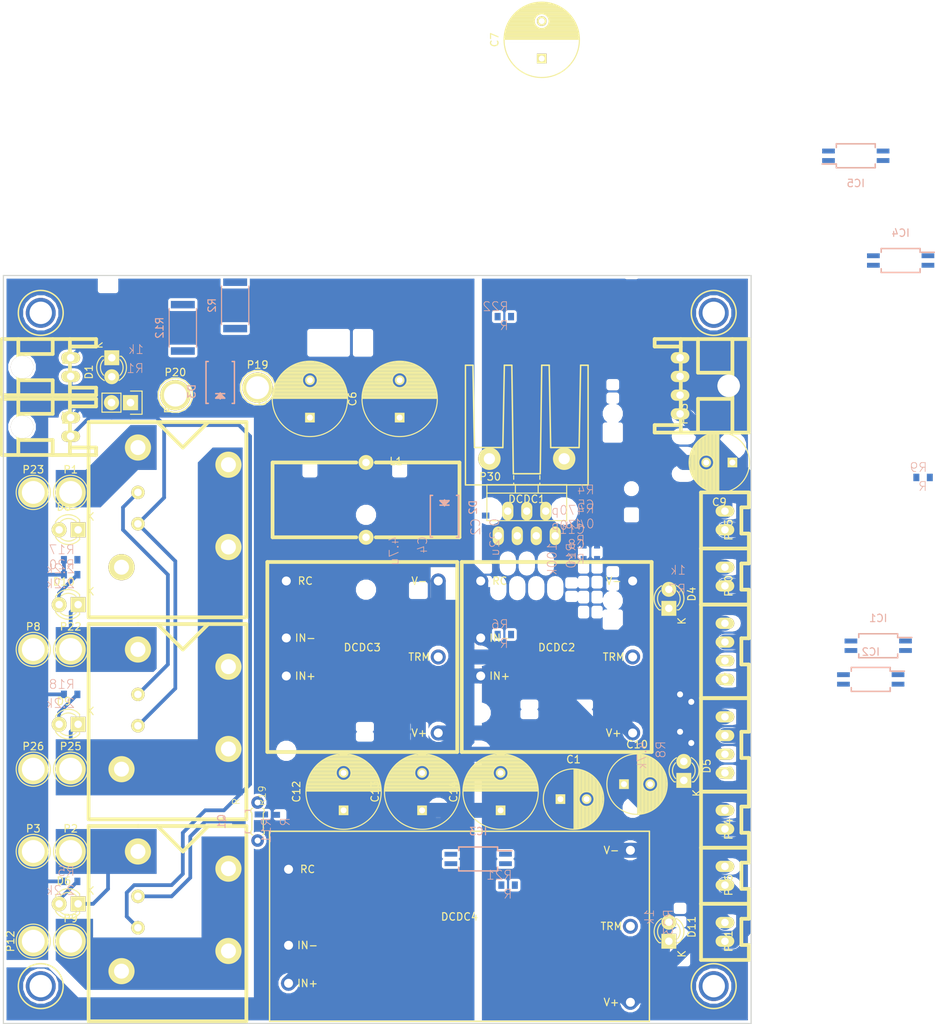
<source format=kicad_pcb>
(kicad_pcb (version 4) (host pcbnew 4.0.4-stable)
  (layers (0 F.Cu signal) (31 B.Cu signal) (34 B.Paste user) (35 F.Paste user) (36 B.SilkS user) (37 F.SilkS user) (38 B.Mask user) (39 F.Mask user) (44 Edge.Cuts user))
  (net 0 "")
  (net 1 GNDPWR)
  (net 2 +BATT)
  (net 3 "Net-(C3-Pad1)")
  (net 4 "Net-(C5-Pad2)")
  (net 5 /5V)
  (net 6 "Net-(D1-Pad2)")
  (net 7 "Net-(D4-Pad2)")
  (net 8 "Net-(D5-Pad2)")
  (net 9 "Net-(IC2-Pad1)")
  (net 10 "Net-(D3-Pad1)")
  (net 11 "Net-(D8-Pad1)")
  (net 12 "Net-(D8-Pad2)")
  (net 13 "Net-(D9-Pad2)")
  (net 14 "Net-(P20-Pad1)")
  (net 15 /15V)
  (net 16 /5V_GND)
  (net 17 "Net-(IC1-Pad1)")
  (net 18 "Net-(IC1-Pad3)")
  (net 19 "Net-(P21-Pad2)")
  (net 20 "Net-(Q1-PadG)")
  (net 21 "Net-(D10-Pad1)")
  (net 22 "Net-(D10-Pad2)")
  (net 23 "Net-(D11-Pad2)")
  (net 24 "Net-(IC3-Pad1)")
  (net 25 "Net-(IC4-Pad1)")
  (net 26 /POWER_EN_HIGH)
  (net 27 "Net-(P6-Pad3)")
  (net 28 "Net-(P6-Pad4)")
  (net 29 /POWER_EN_LOW)
  (net 30 "Net-(P30-Pad1)")
  (net 31 "Net-(IC1-Pad4)")
  (net 32 /12V_RasPi_GND)
  (net 33 /12V_RasPi)
  (net 34 /12V_CAN_GND)
  (net 35 /12V_CAN)
  (net 36 "Net-(D6-Pad1)")
  (net 37 "Net-(D6-Pad2)")
  (net 38 "Net-(P9-Pad1)")
  (net 39 "Net-(IC5-Pad4)")
  (net 40 "Net-(IC2-Pad3)")
  (net 41 "Net-(IC3-Pad3)")
  (net 42 "Net-(P13-Pad3)")
  (net 43 "Net-(C2-Pad1)")
  (net 44 "Net-(C2-Pad2)")
  (net 45 "Net-(C8-Pad1)")
  (net 46 "Net-(C11-Pad1)")
  (net 47 "Net-(DCDC1-Pad6)")
  (module Relays_ThroughHole:V23076-A3001-D142 (layer F.Cu) (at 18 50 90)
    (fp_text reference U1 (at 0 0.5 90) (layer F.SilkS))
    (fp_text value V23076-D3001-D142)
    (pad 5 thru_hole circle (at 0 0 90) (size 3.5 3.5) (drill 2) (layers *.Cu *.Mask F.SilkS) (net 21 "Net-(D10-Pad1)"))
    (pad 2 thru_hole circle (at -10.2 0 90) (size 1.8 1.8) (drill 1) (layers *.Cu *.Mask F.SilkS) (net 26 /POWER_EN_HIGH))
    (pad 1 thru_hole circle (at -6 0 90) (size 1.8 1.8) (drill 1) (layers *.Cu *.Mask F.SilkS) (net 29 /POWER_EN_LOW))
    (pad 4 thru_hole circle (at -16 -2.2 90) (size 3.5 3.5) (drill 2) (layers *.Cu *.Mask F.SilkS) (net 2 +BATT))
    (pad 4 thru_hole circle (at -2.3 12.1 90) (size 3.5 3.5) (drill 2) (layers *.Cu *.Mask F.SilkS) (net 2 +BATT))
    (pad 4 thru_hole circle (at -13.3 12.1 90) (size 3.5 3.5) (drill 2) (layers *.Cu *.Mask F.SilkS) (net 2 +BATT))
  )
  (module Converters_DCDC_ACDC:MGS15 (layer F.Cu) (at 74 51 180)
    (fp_text reference DCDC2 (at 0 1.27 180) (layer F.SilkS))
    (fp_text value MGS15)
    (fp_text user RC (at 7.62 10.16 180) (layer F.SilkS))
    (fp_text user IN- (at 7.62 2.54 180) (layer F.SilkS))
    (fp_text user IN+ (at 7.62 -2.54 180) (layer F.SilkS))
    (fp_text user V- (at -7.62 10.16 180) (layer F.SilkS))
    (fp_text user TRM (at -7.62 0 180) (layer F.SilkS))
    (fp_text user V+ (at -7.62 -10.16 180) (layer F.SilkS))
    (pad 6 thru_hole circle (at 10.16 -2.54 180) (size 2 2) (drill 1.2) (layers *.Cu *.Mask) (net 15 /15V))
    (pad 5 thru_hole circle (at 10.16 2.54 180) (size 2 2) (drill 1.2) (layers *.Cu *.Mask) (net 1 GNDPWR))
    (pad 4 thru_hole circle (at 10.16 10.16 180) (size 2 2) (drill 1.2) (layers *.Cu *.Mask) (net 1 GNDPWR))
    (pad 3 thru_hole circle (at -10.16 10.16 180) (size 2 2) (drill 1.2) (layers *.Cu *.Mask) (net 16 /5V_GND))
    (pad 2 thru_hole circle (at -10.16 0 180) (size 2 2) (drill 1.2) (layers *.Cu *.Mask))
    (pad 1 thru_hole circle (at -10.16 -10.16 180) (size 2 2) (drill 1.2) (layers *.Cu *.Mask) (net 5 /5V))
  )
  (module Relays_ThroughHole:V23076-A3001-D142 (layer F.Cu) (at 18 23 90)
    (fp_text reference U3 (at 0 0.5 90) (layer F.SilkS))
    (fp_text value V23076-D3001-D142)
    (pad 5 thru_hole circle (at 0 0 90) (size 3.5 3.5) (drill 2) (layers *.Cu *.Mask F.SilkS) (net 11 "Net-(D8-Pad1)"))
    (pad 2 thru_hole circle (at -10.2 0 90) (size 1.8 1.8) (drill 1) (layers *.Cu *.Mask F.SilkS) (net 26 /POWER_EN_HIGH))
    (pad 1 thru_hole circle (at -6 0 90) (size 1.8 1.8) (drill 1) (layers *.Cu *.Mask F.SilkS) (net 29 /POWER_EN_LOW))
    (pad 4 thru_hole circle (at -16 -2.2 90) (size 3.5 3.5) (drill 2) (layers *.Cu *.Mask F.SilkS) (net 2 +BATT))
    (pad 4 thru_hole circle (at -2.3 12.1 90) (size 3.5 3.5) (drill 2) (layers *.Cu *.Mask F.SilkS) (net 2 +BATT))
    (pad 4 thru_hole circle (at -13.3 12.1 90) (size 3.5 3.5) (drill 2) (layers *.Cu *.Mask F.SilkS) (net 2 +BATT))
  )
  (module RP_KiCAD_Connector:XA_2LC (layer F.Cu) (at 9 11 270)
    (fp_text reference P4 (at 0 0.5 270) (layer F.SilkS))
    (fp_text value CONN_01X02)
    (pad 1 thru_hole oval (at 0 0 270) (size 1.5 2.5) (drill 1) (layers *.Cu *.Mask F.SilkS) (net 15 /15V))
    (pad 2 thru_hole oval (at 2.5 0 270) (size 1.5 2.5) (drill 1) (layers *.Cu *.Mask F.SilkS) (net 19 "Net-(P21-Pad2)"))
    (pad "" thru_hole circle (at 1.25 6.5 270) (size 3 3) (drill 3) (layers *.Cu *.Mask F.SilkS) (clearance -0.3))
  )
  (module RP_KiCAD_Libs:C3216 (layer B.Cu) (at 55.5 33.5 90)
    (fp_text reference C4 (at -1.27 1.27 90) (layer B.SilkS) (effects (font (size 1.2065 1.2065) (thickness 0.1016)) (justify left bottom mirror)))
    (fp_text value 4.7u (at -1.27 -2.54 90) (layer B.SilkS) (effects (font (size 1.2065 1.2065) (thickness 0.1016)) (justify left bottom mirror)))
    (pad 1 smd rect (at -1.6 0 90) (size 1.6 1.8) (layers B.Cu B.Paste B.Mask) (net 3 "Net-(C3-Pad1)"))
    (pad 2 smd rect (at 1.6 0 90) (size 1.6 1.8) (layers B.Cu B.Paste B.Mask) (net 1 GNDPWR))
  )
  (module RP_KiCAD_Libs:C1608_WP (layer B.Cu) (at 78.5 32 180)
    (fp_text reference C5 (at -0.635 0.635 180) (layer B.SilkS) (effects (font (size 1.2065 1.2065) (thickness 0.1016)) (justify left bottom mirror)))
    (fp_text value 0.1u (at -0.635 -1.905 180) (layer B.SilkS) (effects (font (size 1.2065 1.2065) (thickness 0.1016)) (justify left bottom mirror)))
    (pad 1 smd rect (at -0.9 0 180) (size 0.8 1) (layers B.Cu B.Paste B.Mask) (net 1 GNDPWR))
    (pad 2 smd rect (at 0.9 0 180) (size 0.8 1) (layers B.Cu B.Paste B.Mask) (net 4 "Net-(C5-Pad2)"))
  )
  (module Capacitors_ThroughHole:C_Radial_D10_L20_P5 (layer F.Cu) (at 72 -29 90)
    (fp_text reference C7 (at 2.5 -6.3 90) (layer F.SilkS))
    (fp_text value 1000u)
    (pad 1 thru_hole rect (at 0 0 90) (size 1.3 1.3) (drill 0.8) (layers *.Cu *.Mask F.SilkS) (net 15 /15V))
    (pad 2 thru_hole circle (at 5 0 90) (size 1.3 1.3) (drill 0.8) (layers *.Cu *.Mask F.SilkS) (net 1 GNDPWR))
  )
  (module LEDs:LED-3MM (layer F.Cu) (at 14.5 11 270)
    (fp_text reference D1 (at 1.91 3.06 270) (layer F.SilkS))
    (fp_text value LED)
    (fp_text user K (at -1.69 1.74 270) (layer F.SilkS))
    (pad 1 thru_hole rect (at 0 0) (size 2 2) (drill 1.00076) (layers *.Cu *.Mask F.SilkS) (net 15 /15V))
    (pad 2 thru_hole circle (at 2.54 0 270) (size 2 2) (drill 1.00076) (layers *.Cu *.Mask F.SilkS) (net 6 "Net-(D1-Pad2)"))
  )
  (module LEDs:LED-3MM (layer F.Cu) (at 89 44.5 90)
    (fp_text reference D4 (at 1.91 3.06 90) (layer F.SilkS))
    (fp_text value LED)
    (fp_text user K (at -1.69 1.74 90) (layer F.SilkS))
    (pad 1 thru_hole rect (at 0 0 180) (size 2 2) (drill 1.00076) (layers *.Cu *.Mask F.SilkS) (net 5 /5V))
    (pad 2 thru_hole circle (at 2.54 0 90) (size 2 2) (drill 1.00076) (layers *.Cu *.Mask F.SilkS) (net 7 "Net-(D4-Pad2)"))
  )
  (module LEDs:LED-3MM (layer F.Cu) (at 91 67.5 90)
    (fp_text reference D5 (at 1.91 3.06 90) (layer F.SilkS))
    (fp_text value LED)
    (fp_text user K (at -1.69 1.74 90) (layer F.SilkS))
    (pad 1 thru_hole rect (at 0 0 180) (size 2 2) (drill 1.00076) (layers *.Cu *.Mask F.SilkS) (net 35 /12V_CAN))
    (pad 2 thru_hole circle (at 2.54 0 90) (size 2 2) (drill 1.00076) (layers *.Cu *.Mask F.SilkS) (net 8 "Net-(D5-Pad2)"))
  )
  (module LEDs:LED-3MM (layer F.Cu) (at 10 34 180)
    (fp_text reference D8 (at 1.91 3.06 180) (layer F.SilkS))
    (fp_text value LED)
    (fp_text user K (at -1.69 1.74 180) (layer F.SilkS))
    (pad 1 thru_hole rect (at 0 0 270) (size 2 2) (drill 1.00076) (layers *.Cu *.Mask F.SilkS) (net 11 "Net-(D8-Pad1)"))
    (pad 2 thru_hole circle (at 2.54 0 180) (size 2 2) (drill 1.00076) (layers *.Cu *.Mask F.SilkS) (net 12 "Net-(D8-Pad2)"))
  )
  (module LEDs:LED-3MM (layer F.Cu) (at 10 60 180)
    (fp_text reference D9 (at 1.91 3.06 180) (layer F.SilkS))
    (fp_text value LED)
    (fp_text user K (at -1.69 1.74 180) (layer F.SilkS))
    (pad 1 thru_hole rect (at 0 0 270) (size 2 2) (drill 1.00076) (layers *.Cu *.Mask F.SilkS) (net 2 +BATT))
    (pad 2 thru_hole circle (at 2.54 0 180) (size 2 2) (drill 1.00076) (layers *.Cu *.Mask F.SilkS) (net 13 "Net-(D9-Pad2)"))
  )
  (module LEDs:LED-3MM (layer F.Cu) (at 10 44 180)
    (fp_text reference D10 (at 1.91 3.06 180) (layer F.SilkS))
    (fp_text value LED)
    (fp_text user K (at -1.69 1.74 180) (layer F.SilkS))
    (pad 1 thru_hole rect (at 0 0 270) (size 2 2) (drill 1.00076) (layers *.Cu *.Mask F.SilkS) (net 21 "Net-(D10-Pad1)"))
    (pad 2 thru_hole circle (at 2.54 0 180) (size 2 2) (drill 1.00076) (layers *.Cu *.Mask F.SilkS) (net 22 "Net-(D10-Pad2)"))
  )
  (module LEDs:LED-3MM (layer F.Cu) (at 89 89 90)
    (fp_text reference D11 (at 1.91 3.06 90) (layer F.SilkS))
    (fp_text value LED)
    (fp_text user K (at -1.69 1.74 90) (layer F.SilkS))
    (pad 1 thru_hole rect (at 0 0 180) (size 2 2) (drill 1.00076) (layers *.Cu *.Mask F.SilkS) (net 33 /12V_RasPi))
    (pad 2 thru_hole circle (at 2.54 0 90) (size 2 2) (drill 1.00076) (layers *.Cu *.Mask F.SilkS) (net 23 "Net-(D11-Pad2)"))
  )
  (module Converters_DCDC_ACDC:MGS15 (layer F.Cu) (at 48 51 180)
    (fp_text reference DCDC3 (at 0 1.27 180) (layer F.SilkS))
    (fp_text value MGS15)
    (fp_text user RC (at 7.62 10.16 180) (layer F.SilkS))
    (fp_text user IN- (at 7.62 2.54 180) (layer F.SilkS))
    (fp_text user IN+ (at 7.62 -2.54 180) (layer F.SilkS))
    (fp_text user V- (at -7.62 10.16 180) (layer F.SilkS))
    (fp_text user TRM (at -7.62 0 180) (layer F.SilkS))
    (fp_text user V+ (at -7.62 -10.16 180) (layer F.SilkS))
    (pad 6 thru_hole circle (at 10.16 -2.54 180) (size 2 2) (drill 1.2) (layers *.Cu *.Mask) (net 15 /15V))
    (pad 5 thru_hole circle (at 10.16 2.54 180) (size 2 2) (drill 1.2) (layers *.Cu *.Mask) (net 1 GNDPWR))
    (pad 4 thru_hole circle (at 10.16 10.16 180) (size 2 2) (drill 1.2) (layers *.Cu *.Mask) (net 1 GNDPWR))
    (pad 3 thru_hole circle (at -10.16 10.16 180) (size 2 2) (drill 1.2) (layers *.Cu *.Mask) (net 34 /12V_CAN_GND))
    (pad 2 thru_hole circle (at -10.16 0 180) (size 2 2) (drill 1.2) (layers *.Cu *.Mask))
    (pad 1 thru_hole circle (at -10.16 -10.16 180) (size 2 2) (drill 1.2) (layers *.Cu *.Mask) (net 35 /12V_CAN))
  )
  (module Connect:1pin (layer F.Cu) (at 9 29)
    (fp_text reference P1 (at 0 -3.048) (layer F.SilkS))
    (fp_text value CONN_01X01)
    (pad 1 thru_hole circle (at 0 0) (size 4.064 4.064) (drill 3.048) (layers *.Cu *.Mask F.SilkS) (net 11 "Net-(D8-Pad1)"))
  )
  (module RP_KiCAD_Connector:XA_2LC (layer F.Cu) (at 9 19 270)
    (fp_text reference P5 (at 0 0.5 270) (layer F.SilkS))
    (fp_text value CONN_01X02)
    (pad 1 thru_hole oval (at 0 0 270) (size 1.5 2.5) (drill 1) (layers *.Cu *.Mask F.SilkS) (net 19 "Net-(P21-Pad2)"))
    (pad 2 thru_hole oval (at 2.5 0 270) (size 1.5 2.5) (drill 1) (layers *.Cu *.Mask F.SilkS) (net 26 /POWER_EN_HIGH))
    (pad "" thru_hole circle (at 1.25 6.5 270) (size 3 3) (drill 3) (layers *.Cu *.Mask F.SilkS) (clearance -0.3))
  )
  (module Connect:1pin (layer F.Cu) (at 4 50)
    (fp_text reference P8 (at 0 -3.048) (layer F.SilkS))
    (fp_text value CONN_01X01)
    (pad 1 thru_hole circle (at 0 0) (size 4.064 4.064) (drill 3.048) (layers *.Cu *.Mask F.SilkS) (net 1 GNDPWR))
  )
  (module Connect:1pin (layer F.Cu) (at 34 15)
    (fp_text reference P19 (at 0 -3.048) (layer F.SilkS))
    (fp_text value CONN_01X01)
    (pad 1 thru_hole circle (at 0 0) (size 4.064 4.064) (drill 3.048) (layers *.Cu *.Mask F.SilkS) (net 10 "Net-(D3-Pad1)"))
  )
  (module Connect:1pin (layer F.Cu) (at 23 16)
    (fp_text reference P20 (at 0 -3.048) (layer F.SilkS))
    (fp_text value CONN_01X01)
    (pad 1 thru_hole circle (at 0 0) (size 4.064 4.064) (drill 3.048) (layers *.Cu *.Mask F.SilkS) (net 14 "Net-(P20-Pad1)"))
  )
  (module Pin_Headers:Pin_Header_Straight_1x02 (layer F.Cu) (at 17 17 270)
    (fp_text reference P21 (at 0 -5.1 270) (layer F.SilkS))
    (fp_text value CONN_01X02)
    (pad 1 thru_hole rect (at 0 0 270) (size 2.032 2.032) (drill 1.016) (layers *.Cu *.Mask F.SilkS) (net 26 /POWER_EN_HIGH))
    (pad 2 thru_hole oval (at 0 2.54 270) (size 2.032 2.032) (drill 1.016) (layers *.Cu *.Mask F.SilkS) (net 19 "Net-(P21-Pad2)"))
  )
  (module Connect:1pin (layer F.Cu) (at 9 50)
    (fp_text reference P22 (at 0 -3.048) (layer F.SilkS))
    (fp_text value CONN_01X01)
    (pad 1 thru_hole circle (at 0 0) (size 4.064 4.064) (drill 3.048) (layers *.Cu *.Mask F.SilkS) (net 21 "Net-(D10-Pad1)"))
  )
  (module Connect:1pin (layer F.Cu) (at 4 29)
    (fp_text reference P23 (at 0 -3.048) (layer F.SilkS))
    (fp_text value CONN_01X01)
    (pad 1 thru_hole circle (at 0 0) (size 4.064 4.064) (drill 3.048) (layers *.Cu *.Mask F.SilkS) (net 1 GNDPWR))
  )
  (module Connect:1pin (layer F.Cu) (at 9 66)
    (fp_text reference P25 (at 0 -3.048) (layer F.SilkS))
    (fp_text value CONN_01X01)
    (pad 1 thru_hole circle (at 0 0) (size 4.064 4.064) (drill 3.048) (layers *.Cu *.Mask F.SilkS) (net 2 +BATT))
  )
  (module Connect:1pin (layer F.Cu) (at 4 66)
    (fp_text reference P26 (at 0 -3.048) (layer F.SilkS))
    (fp_text value CONN_01X01)
    (pad 1 thru_hole circle (at 0 0) (size 4.064 4.064) (drill 3.048) (layers *.Cu *.Mask F.SilkS) (net 1 GNDPWR))
  )
  (module RP_KiCAD_Libs:C1608_WP (layer B.Cu) (at 19.5 12.5)
    (fp_text reference R1 (at -0.635 0.635) (layer B.SilkS) (effects (font (size 1.2065 1.2065) (thickness 0.1016)) (justify left bottom mirror)))
    (fp_text value 1k (at -0.635 -1.905) (layer B.SilkS) (effects (font (size 1.2065 1.2065) (thickness 0.1016)) (justify left bottom mirror)))
    (pad 1 smd rect (at -0.9 0) (size 0.8 1) (layers B.Cu B.Paste B.Mask) (net 6 "Net-(D1-Pad2)"))
    (pad 2 smd rect (at 0.9 0) (size 0.8 1) (layers B.Cu B.Paste B.Mask) (net 1 GNDPWR))
  )
  (module Resistors_SMD:R_2512 (layer B.Cu) (at 31 4 270)
    (fp_text reference R2 (at 0 3.1 270) (layer B.SilkS) (effects (justify mirror)))
    (fp_text value 8.2)
    (pad 1 smd rect (at -3.1 0 270) (size 1 3.2) (layers B.Cu B.Paste B.Mask) (net 3 "Net-(C3-Pad1)"))
    (pad 2 smd rect (at 3.1 0 270) (size 1 3.2) (layers B.Cu B.Paste B.Mask) (net 14 "Net-(P20-Pad1)"))
  )
  (module RP_KiCAD_Libs:C1608_WP (layer B.Cu) (at 67 48 180)
    (fp_text reference R6 (at -0.635 0.635 180) (layer B.SilkS) (effects (font (size 1.2065 1.2065) (thickness 0.1016)) (justify left bottom mirror)))
    (fp_text value R (at -0.635 -1.905 180) (layer B.SilkS) (effects (font (size 1.2065 1.2065) (thickness 0.1016)) (justify left bottom mirror)))
    (pad 1 smd rect (at -0.9 0 180) (size 0.8 1) (layers B.Cu B.Paste B.Mask) (net 35 /12V_CAN))
    (pad 2 smd rect (at 0.9 0 180) (size 0.8 1) (layers B.Cu B.Paste B.Mask) (net 9 "Net-(IC2-Pad1)"))
  )
  (module RP_KiCAD_Libs:C1608_WP (layer B.Cu) (at 92 42)
    (fp_text reference R7 (at -0.635 0.635) (layer B.SilkS) (effects (font (size 1.2065 1.2065) (thickness 0.1016)) (justify left bottom mirror)))
    (fp_text value 1k (at -0.635 -1.905) (layer B.SilkS) (effects (font (size 1.2065 1.2065) (thickness 0.1016)) (justify left bottom mirror)))
    (pad 1 smd rect (at -0.9 0) (size 0.8 1) (layers B.Cu B.Paste B.Mask) (net 7 "Net-(D4-Pad2)"))
    (pad 2 smd rect (at 0.9 0) (size 0.8 1) (layers B.Cu B.Paste B.Mask) (net 16 /5V_GND))
  )
  (module RP_KiCAD_Libs:C1608_WP (layer B.Cu) (at 88 61.5 90)
    (fp_text reference R8 (at -0.635 0.635 90) (layer B.SilkS) (effects (font (size 1.2065 1.2065) (thickness 0.1016)) (justify left bottom mirror)))
    (fp_text value 4.7k (at -0.635 -1.905 90) (layer B.SilkS) (effects (font (size 1.2065 1.2065) (thickness 0.1016)) (justify left bottom mirror)))
    (pad 1 smd rect (at -0.9 0 90) (size 0.8 1) (layers B.Cu B.Paste B.Mask) (net 8 "Net-(D5-Pad2)"))
    (pad 2 smd rect (at 0.9 0 90) (size 0.8 1) (layers B.Cu B.Paste B.Mask) (net 34 /12V_CAN_GND))
  )
  (module RP_KiCAD_Libs:C1608_WP (layer B.Cu) (at 123 27 180)
    (fp_text reference R9 (at -0.635 0.635 180) (layer B.SilkS) (effects (font (size 1.2065 1.2065) (thickness 0.1016)) (justify left bottom mirror)))
    (fp_text value R (at -0.635 -1.905 180) (layer B.SilkS) (effects (font (size 1.2065 1.2065) (thickness 0.1016)) (justify left bottom mirror)))
    (pad 1 smd rect (at -0.9 0 180) (size 0.8 1) (layers B.Cu B.Paste B.Mask) (net 5 /5V))
    (pad 2 smd rect (at 0.9 0 180) (size 0.8 1) (layers B.Cu B.Paste B.Mask) (net 17 "Net-(IC1-Pad1)"))
  )
  (module RP_KiCAD_Libs:C1608_WP (layer B.Cu) (at 36.5 73 270)
    (fp_text reference R11 (at -0.635 0.635 270) (layer B.SilkS) (effects (font (size 1.2065 1.2065) (thickness 0.1016)) (justify left bottom mirror)))
    (fp_text value R (at -0.635 -1.905 270) (layer B.SilkS) (effects (font (size 1.2065 1.2065) (thickness 0.1016)) (justify left bottom mirror)))
    (pad 1 smd rect (at -0.9 0 270) (size 0.8 1) (layers B.Cu B.Paste B.Mask) (net 20 "Net-(Q1-PadG)"))
    (pad 2 smd rect (at 0.9 0 270) (size 0.8 1) (layers B.Cu B.Paste B.Mask) (net 1 GNDPWR))
  )
  (module Resistors_SMD:R_2512 (layer B.Cu) (at 24 7 270)
    (fp_text reference R12 (at 0 3.1 270) (layer B.SilkS) (effects (justify mirror)))
    (fp_text value 8.2)
    (pad 1 smd rect (at -3.1 0 270) (size 1 3.2) (layers B.Cu B.Paste B.Mask) (net 3 "Net-(C3-Pad1)"))
    (pad 2 smd rect (at 3.1 0 270) (size 1 3.2) (layers B.Cu B.Paste B.Mask) (net 14 "Net-(P20-Pad1)"))
  )
  (module RP_KiCAD_Libs:C1608_WP (layer B.Cu) (at 9 38 180)
    (fp_text reference R17 (at -0.635 0.635 180) (layer B.SilkS) (effects (font (size 1.2065 1.2065) (thickness 0.1016)) (justify left bottom mirror)))
    (fp_text value 2.2k (at -0.635 -1.905 180) (layer B.SilkS) (effects (font (size 1.2065 1.2065) (thickness 0.1016)) (justify left bottom mirror)))
    (pad 1 smd rect (at -0.9 0 180) (size 0.8 1) (layers B.Cu B.Paste B.Mask) (net 12 "Net-(D8-Pad2)"))
    (pad 2 smd rect (at 0.9 0 180) (size 0.8 1) (layers B.Cu B.Paste B.Mask) (net 1 GNDPWR))
  )
  (module RP_KiCAD_Libs:C1608_WP (layer B.Cu) (at 9 56 180)
    (fp_text reference R18 (at -0.635 0.635 180) (layer B.SilkS) (effects (font (size 1.2065 1.2065) (thickness 0.1016)) (justify left bottom mirror)))
    (fp_text value 2.2k (at -0.635 -1.905 180) (layer B.SilkS) (effects (font (size 1.2065 1.2065) (thickness 0.1016)) (justify left bottom mirror)))
    (pad 1 smd rect (at -0.9 0 180) (size 0.8 1) (layers B.Cu B.Paste B.Mask) (net 13 "Net-(D9-Pad2)"))
    (pad 2 smd rect (at 0.9 0 180) (size 0.8 1) (layers B.Cu B.Paste B.Mask) (net 1 GNDPWR))
  )
  (module RP_KiCAD_Libs:C1608_WP (layer B.Cu) (at 9 40 180)
    (fp_text reference R20 (at -0.635 0.635 180) (layer B.SilkS) (effects (font (size 1.2065 1.2065) (thickness 0.1016)) (justify left bottom mirror)))
    (fp_text value 2.2k (at -0.635 -1.905 180) (layer B.SilkS) (effects (font (size 1.2065 1.2065) (thickness 0.1016)) (justify left bottom mirror)))
    (pad 1 smd rect (at -0.9 0 180) (size 0.8 1) (layers B.Cu B.Paste B.Mask) (net 22 "Net-(D10-Pad2)"))
    (pad 2 smd rect (at 0.9 0 180) (size 0.8 1) (layers B.Cu B.Paste B.Mask) (net 1 GNDPWR))
  )
  (module RP_KiCAD_Libs:C1608_WP (layer B.Cu) (at 67.5 81.5 180)
    (fp_text reference R21 (at -0.635 0.635 180) (layer B.SilkS) (effects (font (size 1.2065 1.2065) (thickness 0.1016)) (justify left bottom mirror)))
    (fp_text value R (at -0.635 -1.905 180) (layer B.SilkS) (effects (font (size 1.2065 1.2065) (thickness 0.1016)) (justify left bottom mirror)))
    (pad 1 smd rect (at -0.9 0 180) (size 0.8 1) (layers B.Cu B.Paste B.Mask) (net 33 /12V_RasPi))
    (pad 2 smd rect (at 0.9 0 180) (size 0.8 1) (layers B.Cu B.Paste B.Mask) (net 24 "Net-(IC3-Pad1)"))
  )
  (module RP_KiCAD_Libs:C1608_WP (layer B.Cu) (at 67 5.5 180)
    (fp_text reference R22 (at -0.635 0.635 180) (layer B.SilkS) (effects (font (size 1.2065 1.2065) (thickness 0.1016)) (justify left bottom mirror)))
    (fp_text value R (at -0.635 -1.905 180) (layer B.SilkS) (effects (font (size 1.2065 1.2065) (thickness 0.1016)) (justify left bottom mirror)))
    (pad 1 smd rect (at -0.9 0 180) (size 0.8 1) (layers B.Cu B.Paste B.Mask) (net 42 "Net-(P13-Pad3)"))
    (pad 2 smd rect (at 0.9 0 180) (size 0.8 1) (layers B.Cu B.Paste B.Mask) (net 25 "Net-(IC4-Pad1)"))
  )
  (module RP_KiCAD_Libs:C1608_WP (layer B.Cu) (at 89 84 90)
    (fp_text reference R23 (at -0.635 0.635 90) (layer B.SilkS) (effects (font (size 1.2065 1.2065) (thickness 0.1016)) (justify left bottom mirror)))
    (fp_text value 1k (at -0.635 -1.905 90) (layer B.SilkS) (effects (font (size 1.2065 1.2065) (thickness 0.1016)) (justify left bottom mirror)))
    (pad 1 smd rect (at -0.9 0 90) (size 0.8 1) (layers B.Cu B.Paste B.Mask) (net 23 "Net-(D11-Pad2)"))
    (pad 2 smd rect (at 0.9 0 90) (size 0.8 1) (layers B.Cu B.Paste B.Mask) (net 32 /12V_RasPi_GND))
  )
  (module Capacitors_ThroughHole:C_Radial_D8_L11.5_P3.5 (layer F.Cu) (at 74.5 70)
    (fp_text reference C1 (at 1.75 -5.3) (layer F.SilkS))
    (fp_text value 1000u)
    (pad 2 thru_hole circle (at 3.5 0) (size 1.3 1.3) (drill 0.8) (layers *.Cu *.Mask F.SilkS) (net 32 /12V_RasPi_GND))
    (pad 1 thru_hole rect (at 0 0) (size 1.3 1.3) (drill 0.8) (layers *.Cu *.Mask F.SilkS) (net 33 /12V_RasPi))
  )
  (module Capacitors_ThroughHole:C_Radial_D8_L11.5_P3.5 (layer F.Cu) (at 97.5 25 180)
    (fp_text reference C9 (at 1.75 -5.3 180) (layer F.SilkS))
    (fp_text value 1000u)
    (pad 2 thru_hole circle (at 3.5 0 180) (size 1.3 1.3) (drill 0.8) (layers *.Cu *.Mask F.SilkS) (net 16 /5V_GND))
    (pad 1 thru_hole rect (at 0 0 180) (size 1.3 1.3) (drill 0.8) (layers *.Cu *.Mask F.SilkS) (net 5 /5V))
  )
  (module Capacitors_ThroughHole:C_Radial_D8_L11.5_P3.5 (layer F.Cu) (at 83 68)
    (fp_text reference C10 (at 1.75 -5.3) (layer F.SilkS))
    (fp_text value 1000u)
    (pad 2 thru_hole circle (at 3.5 0) (size 1.3 1.3) (drill 0.8) (layers *.Cu *.Mask F.SilkS) (net 34 /12V_CAN_GND))
    (pad 1 thru_hole rect (at 0 0) (size 1.3 1.3) (drill 0.8) (layers *.Cu *.Mask F.SilkS) (net 35 /12V_CAN))
  )
  (module Capacitors_ThroughHole:C_Radial_D10_L20_P5 (layer F.Cu) (at 41 19 90)
    (fp_text reference C3 (at 2.5 -6.3 90) (layer F.SilkS))
    (fp_text value 1000u)
    (pad 1 thru_hole rect (at 0 0 90) (size 1.3 1.3) (drill 0.8) (layers *.Cu *.Mask F.SilkS) (net 3 "Net-(C3-Pad1)"))
    (pad 2 thru_hole circle (at 5 0 90) (size 1.3 1.3) (drill 0.8) (layers *.Cu *.Mask F.SilkS) (net 1 GNDPWR))
  )
  (module Capacitors_ThroughHole:C_Radial_D10_L20_P5 (layer F.Cu) (at 53 19 90)
    (fp_text reference C6 (at 2.5 -6.3 90) (layer F.SilkS))
    (fp_text value 1000u)
    (pad 1 thru_hole rect (at 0 0 90) (size 1.3 1.3) (drill 0.8) (layers *.Cu *.Mask F.SilkS) (net 3 "Net-(C3-Pad1)"))
    (pad 2 thru_hole circle (at 5 0 90) (size 1.3 1.3) (drill 0.8) (layers *.Cu *.Mask F.SilkS) (net 1 GNDPWR))
  )
  (module RP_KiCAD_Connector:XA_4T (layer F.Cu) (at 96.5 66.5 90)
    (fp_text reference P6 (at 0 0.5 90) (layer F.SilkS))
    (fp_text value CONN_01X04)
    (pad 4 thru_hole oval (at 0 0 90) (size 1.5 2.5) (drill 1) (layers *.Cu *.Mask F.SilkS) (net 28 "Net-(P6-Pad4)"))
    (pad 3 thru_hole oval (at 2.5 0 90) (size 1.5 2.5) (drill 1) (layers *.Cu *.Mask F.SilkS) (net 27 "Net-(P6-Pad3)"))
    (pad 2 thru_hole oval (at 5 0 90) (size 1.5 2.5) (drill 1) (layers *.Cu *.Mask F.SilkS) (net 35 /12V_CAN))
    (pad 1 thru_hole oval (at 7.5 0 90) (size 1.5 2.5) (drill 1) (layers *.Cu *.Mask F.SilkS) (net 34 /12V_CAN_GND))
  )
  (module RP_KiCAD_Connector:XA_4T (layer F.Cu) (at 96.5 54 90)
    (fp_text reference P7 (at 0 0.5 90) (layer F.SilkS))
    (fp_text value CONN_01X04)
    (pad 4 thru_hole oval (at 0 0 90) (size 1.5 2.5) (drill 1) (layers *.Cu *.Mask F.SilkS) (net 28 "Net-(P6-Pad4)"))
    (pad 3 thru_hole oval (at 2.5 0 90) (size 1.5 2.5) (drill 1) (layers *.Cu *.Mask F.SilkS) (net 27 "Net-(P6-Pad3)"))
    (pad 2 thru_hole oval (at 5 0 90) (size 1.5 2.5) (drill 1) (layers *.Cu *.Mask F.SilkS) (net 35 /12V_CAN))
    (pad 1 thru_hole oval (at 7.5 0 90) (size 1.5 2.5) (drill 1) (layers *.Cu *.Mask F.SilkS) (net 34 /12V_CAN_GND))
  )
  (module RP_KiCAD_Connector:XA_2T (layer F.Cu) (at 96.5 41.5 90)
    (fp_text reference P10 (at 0 0.5 90) (layer F.SilkS))
    (fp_text value CONN_01X02)
    (pad 2 thru_hole oval (at 0 0 90) (size 1.5 2.5) (drill 1) (layers *.Cu *.Mask F.SilkS) (net 5 /5V))
    (pad 1 thru_hole oval (at 2.5 0 90) (size 1.5 2.5) (drill 1) (layers *.Cu *.Mask F.SilkS) (net 16 /5V_GND))
  )
  (module RP_KiCAD_Connector:XA_2T (layer F.Cu) (at 96.5 89 90)
    (fp_text reference P11 (at 0 0.5 90) (layer F.SilkS))
    (fp_text value CONN_01X02)
    (pad 2 thru_hole oval (at 0 0 90) (size 1.5 2.5) (drill 1) (layers *.Cu *.Mask F.SilkS) (net 33 /12V_RasPi))
    (pad 1 thru_hole oval (at 2.5 0 90) (size 1.5 2.5) (drill 1) (layers *.Cu *.Mask F.SilkS) (net 32 /12V_RasPi_GND))
  )
  (module LEDs:LED-3MM (layer F.Cu) (at 10 84 180)
    (fp_text reference D6 (at 1.91 3.06 180) (layer F.SilkS))
    (fp_text value LED)
    (fp_text user K (at -1.69 1.74 180) (layer F.SilkS))
    (pad 1 thru_hole rect (at 0 0 270) (size 2 2) (drill 1.00076) (layers *.Cu *.Mask F.SilkS) (net 36 "Net-(D6-Pad1)"))
    (pad 2 thru_hole circle (at 2.54 0 180) (size 2 2) (drill 1.00076) (layers *.Cu *.Mask F.SilkS) (net 37 "Net-(D6-Pad2)"))
  )
  (module Connect:1pin (layer F.Cu) (at 9 77)
    (fp_text reference P2 (at 0 -3.048) (layer F.SilkS))
    (fp_text value CONN_01X01)
    (pad 1 thru_hole circle (at 0 0) (size 4.064 4.064) (drill 3.048) (layers *.Cu *.Mask F.SilkS) (net 36 "Net-(D6-Pad1)"))
  )
  (module Connect:1pin (layer F.Cu) (at 4 77)
    (fp_text reference P3 (at 0 -3.048) (layer F.SilkS))
    (fp_text value CONN_01X01)
    (pad 1 thru_hole circle (at 0 0) (size 4.064 4.064) (drill 3.048) (layers *.Cu *.Mask F.SilkS) (net 1 GNDPWR))
  )
  (module Connect:1pin (layer F.Cu) (at 9 89)
    (fp_text reference P9 (at 0 -3.048) (layer F.SilkS))
    (fp_text value CONN_01X01)
    (pad 1 thru_hole circle (at 0 0) (size 4.064 4.064) (drill 3.048) (layers *.Cu *.Mask F.SilkS) (net 38 "Net-(P9-Pad1)"))
  )
  (module Connect:1pin (layer F.Cu) (at 4 89 90)
    (fp_text reference P12 (at 0 -3.048 90) (layer F.SilkS))
    (fp_text value CONN_01X01)
    (pad 1 thru_hole circle (at 0 0 90) (size 4.064 4.064) (drill 3.048) (layers *.Cu *.Mask F.SilkS) (net 1 GNDPWR))
  )
  (module RP_KiCAD_Libs:C1608_WP (layer B.Cu) (at 9 81 180)
    (fp_text reference R5 (at -0.635 0.635 180) (layer B.SilkS) (effects (font (size 1.2065 1.2065) (thickness 0.1016)) (justify left bottom mirror)))
    (fp_text value 2.2k (at -0.635 -1.905 180) (layer B.SilkS) (effects (font (size 1.2065 1.2065) (thickness 0.1016)) (justify left bottom mirror)))
    (pad 1 smd rect (at -0.9 0 180) (size 0.8 1) (layers B.Cu B.Paste B.Mask) (net 37 "Net-(D6-Pad2)"))
    (pad 2 smd rect (at 0.9 0 180) (size 0.8 1) (layers B.Cu B.Paste B.Mask) (net 1 GNDPWR))
  )
  (module Relays_ThroughHole:V23076-A3001-D142 (layer F.Cu) (at 18 77 90)
    (fp_text reference U2 (at 0 0.5 90) (layer F.SilkS))
    (fp_text value V23076-D3001-D142)
    (pad 5 thru_hole circle (at 0 0 90) (size 3.5 3.5) (drill 2) (layers *.Cu *.Mask F.SilkS) (net 36 "Net-(D6-Pad1)"))
    (pad 2 thru_hole circle (at -10.2 0 90) (size 1.8 1.8) (drill 1) (layers *.Cu *.Mask F.SilkS) (net 26 /POWER_EN_HIGH))
    (pad 1 thru_hole circle (at -6 0 90) (size 1.8 1.8) (drill 1) (layers *.Cu *.Mask F.SilkS) (net 29 /POWER_EN_LOW))
    (pad 4 thru_hole circle (at -16 -2.2 90) (size 3.5 3.5) (drill 2) (layers *.Cu *.Mask F.SilkS) (net 38 "Net-(P9-Pad1)"))
    (pad 4 thru_hole circle (at -2.3 12.1 90) (size 3.5 3.5) (drill 2) (layers *.Cu *.Mask F.SilkS) (net 38 "Net-(P9-Pad1)"))
    (pad 4 thru_hole circle (at -13.3 12.1 90) (size 3.5 3.5) (drill 2) (layers *.Cu *.Mask F.SilkS) (net 38 "Net-(P9-Pad1)"))
  )
  (module RP_KiCAD_Connector:XA_4LC (layer F.Cu) (at 90.5 18.5 90)
    (fp_text reference P13 (at 0 0.5 90) (layer F.SilkS))
    (fp_text value CONN_01X04)
    (pad 1 thru_hole oval (at 0 0 90) (size 1.5 2.5) (drill 1) (layers *.Cu *.Mask F.SilkS) (net 5 /5V))
    (pad 2 thru_hole oval (at 2.5 0 90) (size 1.5 2.5) (drill 1) (layers *.Cu *.Mask F.SilkS) (net 16 /5V_GND))
    (pad 3 thru_hole oval (at 5 0 90) (size 1.5 2.5) (drill 1) (layers *.Cu *.Mask F.SilkS) (net 42 "Net-(P13-Pad3)"))
    (pad 4 thru_hole oval (at 7.5 0 90) (size 1.5 2.5) (drill 1) (layers *.Cu *.Mask F.SilkS) (net 39 "Net-(IC5-Pad4)"))
    (pad "" thru_hole circle (at 3.75 6.5 90) (size 3 3) (drill 3) (layers *.Cu *.Mask F.SilkS) (clearance -0.3))
  )
  (module Heatsinks:16PB017_16.25.16 (layer F.Cu) (at 70 30)
    (fp_text reference P30 (at -4.9 -3.1) (layer F.SilkS))
    (fp_text value CONN_01X01)
    (pad 1 thru_hole circle (at -5 -5.5) (size 3 3) (drill 1.5) (layers *.Cu *.Mask F.SilkS) (net 30 "Net-(P30-Pad1)"))
    (pad 1 thru_hole circle (at 5 -5.5) (size 3 3) (drill 1.5) (layers *.Cu *.Mask F.SilkS) (net 30 "Net-(P30-Pad1)"))
  )
  (module TO_SOT_Packages_SMD:SOT-23_Handsoldering (layer B.Cu) (at 33 73 270)
    (fp_text reference Q1 (at 0 3.81 270) (layer B.SilkS) (effects (justify mirror)))
    (fp_text value MOSFET_N)
    (pad G smd rect (at -0.95 -1.50114 270) (size 0.8001 1.80086) (layers B.Cu B.Paste B.Mask) (net 20 "Net-(Q1-PadG)"))
    (pad S smd rect (at 0.95 -1.50114 270) (size 0.8001 1.80086) (layers B.Cu B.Paste B.Mask) (net 1 GNDPWR))
    (pad D smd rect (at 0 1.50114 270) (size 0.8001 1.80086) (layers B.Cu B.Paste B.Mask) (net 29 /POWER_EN_LOW))
  )
  (module RP_KiCAD_Libs:0204_2f5 (layer F.Cu) (at 34 73 270)
    (fp_text reference R19 (at -2.0066 -1.1684 270) (layer F.SilkS) (effects (font (size 0.94107 0.94107) (thickness 0.09906)) (justify left bottom)))
    (fp_text value R (at -2.1336 2.3114 270) (layer F.SilkS) (effects (font (size 0.94107 0.94107) (thickness 0.09906)) (justify left bottom)))
    (pad 1 thru_hole circle (at -2.54 0 270) (size 1.6764 1.6764) (drill 0.8) (layers *.Cu *.Mask) (net 41 "Net-(IC3-Pad3)"))
    (pad 2 thru_hole circle (at 2.54 0 270) (size 1.6764 1.6764) (drill 0.8) (layers *.Cu *.Mask) (net 20 "Net-(Q1-PadG)"))
  )
  (module Diodes_SMD:POWER_DI5 (layer B.Cu) (at 29 15.5 90)
    (fp_text reference D3 (at 0 -3.81 90) (layer B.SilkS) (effects (justify mirror)))
    (fp_text value DIODE)
    (pad 2 smd rect (at -2.1 0 90) (size 2 3) (layers B.Cu B.Paste B.Mask) (net 2 +BATT))
    (pad 1 smd rect (at 2.5 0 90) (size 5 3) (layers B.Cu B.Paste B.Mask) (net 10 "Net-(D3-Pad1)"))
  )
  (module RP_KiCAD_Connector:XA_2T (layer F.Cu) (at 96.5 74 90)
    (fp_text reference P14 (at 0 0.5 90) (layer F.SilkS))
    (fp_text value CONN_01X02)
    (pad 2 thru_hole oval (at 0 0 90) (size 1.5 2.5) (drill 1) (layers *.Cu *.Mask F.SilkS) (net 35 /12V_CAN))
    (pad 1 thru_hole oval (at 2.5 0 90) (size 1.5 2.5) (drill 1) (layers *.Cu *.Mask F.SilkS) (net 34 /12V_CAN_GND))
  )
  (module RP_KiCAD_Connector:XA_2T (layer F.Cu) (at 96.5 34 90)
    (fp_text reference P15 (at 0 0.5 90) (layer F.SilkS))
    (fp_text value CONN_01X02)
    (pad 2 thru_hole oval (at 0 0 90) (size 1.5 2.5) (drill 1) (layers *.Cu *.Mask F.SilkS) (net 5 /5V))
    (pad 1 thru_hole oval (at 2.5 0 90) (size 1.5 2.5) (drill 1) (layers *.Cu *.Mask F.SilkS) (net 16 /5V_GND))
  )
  (module RP_KiCAD_Connector:XA_2T (layer F.Cu) (at 96.5 81.5 90)
    (fp_text reference P16 (at 0 0.5 90) (layer F.SilkS))
    (fp_text value CONN_01X02)
    (pad 2 thru_hole oval (at 0 0 90) (size 1.5 2.5) (drill 1) (layers *.Cu *.Mask F.SilkS) (net 33 /12V_RasPi))
    (pad 1 thru_hole oval (at 2.5 0 90) (size 1.5 2.5) (drill 1) (layers *.Cu *.Mask F.SilkS) (net 32 /12V_RasPi_GND))
  )
  (module RP_KiCAD_Libs:C1608_WP (layer B.Cu) (at 78.5 38)
    (fp_text reference R3 (at -0.635 0.635) (layer B.SilkS) (effects (font (size 1.2065 1.2065) (thickness 0.1016)) (justify left bottom mirror)))
    (fp_text value R (at -0.635 -1.905) (layer B.SilkS) (effects (font (size 1.2065 1.2065) (thickness 0.1016)) (justify left bottom mirror)))
    (pad 1 smd rect (at -0.9 0) (size 0.8 1) (layers B.Cu B.Paste B.Mask) (net 47 "Net-(DCDC1-Pad6)"))
    (pad 2 smd rect (at 0.9 0) (size 0.8 1) (layers B.Cu B.Paste B.Mask) (net 15 /15V))
  )
  (module RP_KiCAD_Libs:C1608_WP (layer B.Cu) (at 78.5 30 180)
    (fp_text reference R4 (at -0.635 0.635 180) (layer B.SilkS) (effects (font (size 1.2065 1.2065) (thickness 0.1016)) (justify left bottom mirror)))
    (fp_text value R (at -0.635 -1.905 180) (layer B.SilkS) (effects (font (size 1.2065 1.2065) (thickness 0.1016)) (justify left bottom mirror)))
    (pad 1 smd rect (at -0.9 0 180) (size 0.8 1) (layers B.Cu B.Paste B.Mask) (net 1 GNDPWR))
    (pad 2 smd rect (at 0.9 0 180) (size 0.8 1) (layers B.Cu B.Paste B.Mask) (net 47 "Net-(DCDC1-Pad6)"))
  )
  (module RP_KiCAD_Libs:C1608_WP (layer B.Cu) (at 64.5 33 270)
    (fp_text reference C2 (at -0.635 0.635 270) (layer B.SilkS) (effects (font (size 1.2065 1.2065) (thickness 0.1016)) (justify left bottom mirror)))
    (fp_text value 0.22u (at -0.635 -1.905 270) (layer B.SilkS) (effects (font (size 1.2065 1.2065) (thickness 0.1016)) (justify left bottom mirror)))
    (pad 1 smd rect (at -0.9 0 270) (size 0.8 1) (layers B.Cu B.Paste B.Mask) (net 43 "Net-(C2-Pad1)"))
    (pad 2 smd rect (at 0.9 0 270) (size 0.8 1) (layers B.Cu B.Paste B.Mask) (net 44 "Net-(C2-Pad2)"))
  )
  (module RP_KiCAD_Libs:C1608_WP (layer B.Cu) (at 78.5 36)
    (fp_text reference C8 (at -0.635 0.635) (layer B.SilkS) (effects (font (size 1.2065 1.2065) (thickness 0.1016)) (justify left bottom mirror)))
    (fp_text value 470p (at -0.635 -1.905) (layer B.SilkS) (effects (font (size 1.2065 1.2065) (thickness 0.1016)) (justify left bottom mirror)))
    (pad 1 smd rect (at -0.9 0) (size 0.8 1) (layers B.Cu B.Paste B.Mask) (net 45 "Net-(C8-Pad1)"))
    (pad 2 smd rect (at 0.9 0) (size 0.8 1) (layers B.Cu B.Paste B.Mask) (net 1 GNDPWR))
  )
  (module RP_KiCAD_Libs:C1608_WP (layer B.Cu) (at 78.5 34)
    (fp_text reference C11 (at -0.635 0.635) (layer B.SilkS) (effects (font (size 1.2065 1.2065) (thickness 0.1016)) (justify left bottom mirror)))
    (fp_text value 470p (at -0.635 -1.905) (layer B.SilkS) (effects (font (size 1.2065 1.2065) (thickness 0.1016)) (justify left bottom mirror)))
    (pad 1 smd rect (at -0.9 0) (size 0.8 1) (layers B.Cu B.Paste B.Mask) (net 46 "Net-(C11-Pad1)"))
    (pad 2 smd rect (at 0.9 0) (size 0.8 1) (layers B.Cu B.Paste B.Mask) (net 1 GNDPWR))
  )
  (module TO_SOT_Packages_THT:TO-220_7_Vertical (layer F.Cu) (at 70 31)
    (fp_text reference DCDC1 (at 0 -1.1) (layer F.SilkS))
    (fp_text value SI-8010Y)
    (pad 4 thru_hole oval (at 0 0.5 90) (size 2.49936 1.50114) (drill 1.00076) (layers *.Cu *.Mask F.SilkS) (net 1 GNDPWR))
    (pad 2 thru_hole oval (at -2.54 0.5 90) (size 2.49936 1.50114) (drill 1.00076) (layers *.Cu *.Mask F.SilkS) (net 43 "Net-(C2-Pad1)"))
    (pad 6 thru_hole oval (at 2.54 0.5 90) (size 2.49936 1.50114) (drill 1.00076) (layers *.Cu *.Mask F.SilkS) (net 47 "Net-(DCDC1-Pad6)"))
    (pad 1 thru_hole oval (at -3.81 3.8 90) (size 2.49936 1.50114) (drill 1.00076) (layers *.Cu *.Mask F.SilkS) (net 44 "Net-(C2-Pad2)"))
    (pad 3 thru_hole oval (at -1.27 3.8 90) (size 2.49936 1.50114) (drill 1.00076) (layers *.Cu *.Mask F.SilkS) (net 3 "Net-(C3-Pad1)"))
    (pad 5 thru_hole oval (at 1.27 3.8 90) (size 2.49936 1.50114) (drill 1.00076) (layers *.Cu *.Mask F.SilkS) (net 45 "Net-(C8-Pad1)"))
    (pad 7 thru_hole oval (at 3.81 3.8 90) (size 2.49936 1.50114) (drill 1.00076) (layers *.Cu *.Mask F.SilkS) (net 4 "Net-(C5-Pad2)"))
  )
  (module Housings_SOIC:SOIJ-4_5.3x5.3mm_Pitch1.27mm (layer B.Cu) (at 117 49.5 180)
    (fp_text reference IC1 (at 0 3.68 180) (layer B.SilkS) (effects (justify mirror)))
    (fp_text value PC817)
    (pad 1 smd rect (at -3.65 0.635 180) (size 1.7 0.65) (layers B.Cu B.Paste B.Mask) (net 17 "Net-(IC1-Pad1)"))
    (pad 2 smd rect (at -3.65 -0.635 180) (size 1.7 0.65) (layers B.Cu B.Paste B.Mask) (net 16 /5V_GND))
    (pad 3 smd rect (at 3.65 -0.635 180) (size 1.7 0.65) (layers B.Cu B.Paste B.Mask) (net 18 "Net-(IC1-Pad3)"))
    (pad 4 smd rect (at 3.65 0.635 180) (size 1.7 0.65) (layers B.Cu B.Paste B.Mask) (net 31 "Net-(IC1-Pad4)"))
  )
  (module Housings_SOIC:SOIJ-4_5.3x5.3mm_Pitch1.27mm (layer B.Cu) (at 116 54 180)
    (fp_text reference IC2 (at 0 3.68 180) (layer B.SilkS) (effects (justify mirror)))
    (fp_text value PC817)
    (pad 1 smd rect (at -3.65 0.635 180) (size 1.7 0.65) (layers B.Cu B.Paste B.Mask) (net 9 "Net-(IC2-Pad1)"))
    (pad 2 smd rect (at -3.65 -0.635 180) (size 1.7 0.65) (layers B.Cu B.Paste B.Mask) (net 34 /12V_CAN_GND))
    (pad 3 smd rect (at 3.65 -0.635 180) (size 1.7 0.65) (layers B.Cu B.Paste B.Mask) (net 40 "Net-(IC2-Pad3)"))
    (pad 4 smd rect (at 3.65 0.635 180) (size 1.7 0.65) (layers B.Cu B.Paste B.Mask) (net 18 "Net-(IC1-Pad3)"))
  )
  (module Housings_SOIC:SOIJ-4_5.3x5.3mm_Pitch1.27mm (layer B.Cu) (at 63.5 78 180)
    (fp_text reference IC3 (at 0 3.68 180) (layer B.SilkS) (effects (justify mirror)))
    (fp_text value PC817)
    (pad 1 smd rect (at -3.65 0.635 180) (size 1.7 0.65) (layers B.Cu B.Paste B.Mask) (net 24 "Net-(IC3-Pad1)"))
    (pad 2 smd rect (at -3.65 -0.635 180) (size 1.7 0.65) (layers B.Cu B.Paste B.Mask) (net 32 /12V_RasPi_GND))
    (pad 3 smd rect (at 3.65 -0.635 180) (size 1.7 0.65) (layers B.Cu B.Paste B.Mask) (net 41 "Net-(IC3-Pad3)"))
    (pad 4 smd rect (at 3.65 0.635 180) (size 1.7 0.65) (layers B.Cu B.Paste B.Mask) (net 40 "Net-(IC2-Pad3)"))
  )
  (module Housings_SOIC:SOIJ-4_5.3x5.3mm_Pitch1.27mm (layer B.Cu) (at 120 -2 180)
    (fp_text reference IC4 (at 0 3.68 180) (layer B.SilkS) (effects (justify mirror)))
    (fp_text value PC817)
    (pad 1 smd rect (at -3.65 0.635 180) (size 1.7 0.65) (layers B.Cu B.Paste B.Mask) (net 25 "Net-(IC4-Pad1)"))
    (pad 2 smd rect (at -3.65 -0.635 180) (size 1.7 0.65) (layers B.Cu B.Paste B.Mask) (net 16 /5V_GND))
    (pad 3 smd rect (at 3.65 -0.635 180) (size 1.7 0.65) (layers B.Cu B.Paste B.Mask) (net 31 "Net-(IC1-Pad4)"))
    (pad 4 smd rect (at 3.65 0.635 180) (size 1.7 0.65) (layers B.Cu B.Paste B.Mask) (net 15 /15V))
  )
  (module Housings_SOIC:SOIJ-4_5.3x5.3mm_Pitch1.27mm (layer B.Cu) (at 114 -16)
    (fp_text reference IC5 (at 0 3.68) (layer B.SilkS) (effects (justify mirror)))
    (fp_text value PC817)
    (pad 1 smd rect (at -3.65 0.635) (size 1.7 0.65) (layers B.Cu B.Paste B.Mask) (net 26 /POWER_EN_HIGH))
    (pad 2 smd rect (at -3.65 -0.635) (size 1.7 0.65) (layers B.Cu B.Paste B.Mask) (net 1 GNDPWR))
    (pad 3 smd rect (at 3.65 -0.635) (size 1.7 0.65) (layers B.Cu B.Paste B.Mask) (net 16 /5V_GND))
    (pad 4 smd rect (at 3.65 0.635) (size 1.7 0.65) (layers B.Cu B.Paste B.Mask) (net 39 "Net-(IC5-Pad4)"))
  )
  (module RP_KiCAD_Libs:C1608_WP (layer B.Cu) (at 76 35 90)
    (fp_text reference R10 (at -0.635 0.635 90) (layer B.SilkS) (effects (font (size 1.2065 1.2065) (thickness 0.1016)) (justify left bottom mirror)))
    (fp_text value 100k (at -0.635 -1.905 90) (layer B.SilkS) (effects (font (size 1.2065 1.2065) (thickness 0.1016)) (justify left bottom mirror)))
    (pad 1 smd rect (at -0.9 0 90) (size 0.8 1) (layers B.Cu B.Paste B.Mask) (net 45 "Net-(C8-Pad1)"))
    (pad 2 smd rect (at 0.9 0 90) (size 0.8 1) (layers B.Cu B.Paste B.Mask) (net 46 "Net-(C11-Pad1)"))
  )
  (module RP_KiCAD_Libs:MGS30 (layer F.Cu) (at 61 87 180)
    (fp_text reference DCDC4 (at 0 1.27 180) (layer F.SilkS))
    (fp_text value MGS15)
    (fp_text user RC (at 20.32 7.62 180) (layer F.SilkS))
    (fp_text user IN- (at 20.32 -2.54 180) (layer F.SilkS))
    (fp_text user IN+ (at 20.32 -7.62 180) (layer F.SilkS))
    (fp_text user V- (at -20.32 10.16 180) (layer F.SilkS))
    (fp_text user TRM (at -20.32 0 180) (layer F.SilkS))
    (fp_text user V+ (at -20.32 -10.16 180) (layer F.SilkS))
    (pad 6 thru_hole circle (at 22.86 -7.62 180) (size 2 2) (drill 1.2) (layers *.Cu *.Mask) (net 15 /15V))
    (pad 5 thru_hole circle (at 22.86 -2.54 180) (size 2 2) (drill 1.2) (layers *.Cu *.Mask) (net 1 GNDPWR))
    (pad 4 thru_hole circle (at 22.86 7.62 180) (size 2 2) (drill 1.2) (layers *.Cu *.Mask) (net 1 GNDPWR))
    (pad 3 thru_hole circle (at -22.86 10.16 180) (size 2 2) (drill 1.2) (layers *.Cu *.Mask) (net 32 /12V_RasPi_GND))
    (pad 2 thru_hole circle (at -22.86 0 180) (size 2 2) (drill 1.2) (layers *.Cu *.Mask))
    (pad 1 thru_hole circle (at -22.86 -10.16 180) (size 2 2) (drill 1.2) (layers *.Cu *.Mask) (net 33 /12V_RasPi))
  )
  (module Choke_Toroid_ThroughHole:Choke_Toroid_10x25mm_Vertical (layer F.Cu) (at 36 35)
    (fp_text reference L1 (at 16.51 -10.16) (layer F.SilkS))
    (fp_text value "100uH 9A")
    (pad 1 thru_hole circle (at 12.5 0) (size 1.99898 1.99898) (drill 1) (layers *.Cu *.Mask F.SilkS) (net 43 "Net-(C2-Pad1)"))
    (pad 2 thru_hole circle (at 12.5 -10) (size 1.99898 1.99898) (drill 1) (layers *.Cu *.Mask F.SilkS) (net 15 /15V))
  )
  (module Diodes_SMD:POWER_DI5 (layer B.Cu) (at 59 31 270)
    (fp_text reference D2 (at 0 -3.81 270) (layer B.SilkS) (effects (justify mirror)))
    (fp_text value DIODE)
    (pad 2 smd rect (at -2.1 0 270) (size 2 3) (layers B.Cu B.Paste B.Mask) (net 1 GNDPWR))
    (pad 1 smd rect (at 2.5 0 270) (size 5 3) (layers B.Cu B.Paste B.Mask) (net 43 "Net-(C2-Pad1)"))
  )
  (module Capacitors_ThroughHole:C_Radial_D10_L20_P5 (layer F.Cu) (at 45.5 71.5 90)
    (fp_text reference C12 (at 2.5 -6.3 90) (layer F.SilkS))
    (fp_text value 1000u)
    (pad 1 thru_hole rect (at 0 0 90) (size 1.3 1.3) (drill 0.8) (layers *.Cu *.Mask F.SilkS) (net 15 /15V))
    (pad 2 thru_hole circle (at 5 0 90) (size 1.3 1.3) (drill 0.8) (layers *.Cu *.Mask F.SilkS) (net 1 GNDPWR))
  )
  (module Capacitors_ThroughHole:C_Radial_D10_L20_P5 (layer F.Cu) (at 56 71.5 90)
    (fp_text reference C13 (at 2.5 -6.3 90) (layer F.SilkS))
    (fp_text value 1000u)
    (pad 1 thru_hole rect (at 0 0 90) (size 1.3 1.3) (drill 0.8) (layers *.Cu *.Mask F.SilkS) (net 15 /15V))
    (pad 2 thru_hole circle (at 5 0 90) (size 1.3 1.3) (drill 0.8) (layers *.Cu *.Mask F.SilkS) (net 1 GNDPWR))
  )
  (module Capacitors_ThroughHole:C_Radial_D10_L20_P5 (layer F.Cu) (at 66.5 71.5 90)
    (fp_text reference C14 (at 2.5 -6.3 90) (layer F.SilkS))
    (fp_text value 1000u)
    (pad 1 thru_hole rect (at 0 0 90) (size 1.3 1.3) (drill 0.8) (layers *.Cu *.Mask F.SilkS) (net 15 /15V))
    (pad 2 thru_hole circle (at 5 0 90) (size 1.3 1.3) (drill 0.8) (layers *.Cu *.Mask F.SilkS) (net 1 GNDPWR))
  )
  (gr_line (start 100 0) (end 100 100) (angle 90) (layer Edge.Cuts) (width 0.15))
  (gr_line (start 0 100) (end 0 0) (angle 90) (layer Edge.Cuts) (width 0.15))
  (gr_line (start 0 100) (end 100 100) (angle 90) (layer Edge.Cuts) (width 0.15))
  (gr_circle (center 5 95) (end 8 95) (layer F.SilkS) (width 0.2))
  (gr_circle (center 95 95) (end 98 95) (layer F.SilkS) (width 0.2))
  (gr_circle (center 95 5) (end 98 5) (layer F.SilkS) (width 0.2))
  (gr_line (start 100 0) (end 0 0) (angle 90) (layer Edge.Cuts) (width 0.15))
  (gr_circle (center 5 5) (end 2 5) (layer F.SilkS) (width 0.2))
  (via (at 95 5) (size 4) (drill 3) (layers F.Cu B.Cu) (net 0))
  (via (at 95 95) (size 4) (drill 3) (layers F.Cu B.Cu) (net 0))
  (via (at 5 5) (size 4) (drill 3) (layers F.Cu B.Cu) (net 0))
  (via (at 5 95) (size 4) (drill 3) (layers F.Cu B.Cu) (net 0))
  (segment (start 5.5 40) (end 4 38.5) (width 0.5) (layer B.Cu) (net 1))
  (segment (start 4 38.5) (end 4 29) (width 0.5) (layer B.Cu) (net 1))
  (segment (start 8.1 40) (end 5.5 40) (width 0.5) (layer B.Cu) (net 1))
  (segment (start 4 41.5) (end 4 50) (width 0.5) (layer B.Cu) (net 1))
  (segment (start 5.5 40) (end 4 41.5) (width 0.5) (layer B.Cu) (net 1))
  (segment (start 8.1 38) (end 8.1 40) (width 0.5) (layer B.Cu) (net 1))
  (segment (start 38.14 79.38) (end 38.14 73.86) (width 2) (layer B.Cu) (net 1))
  (segment (start 38.14 73.86) (end 45.5 66.5) (width 2) (layer B.Cu) (net 1))
  (segment (start 56 66.5) (end 45.5 66.5) (width 2) (layer B.Cu) (net 1))
  (segment (start 66.5 66.5) (end 56 66.5) (width 2) (layer B.Cu) (net 1))
  (segment (start 63.84 40.84) (end 61 38) (width 2) (layer B.Cu) (net 1))
  (segment (start 40.68 38) (end 37.84 40.84) (width 2) (layer B.Cu) (net 1))
  (segment (start 61 38) (end 40.68 38) (width 2) (layer B.Cu) (net 1))
  (segment (start 63.84 40.84) (end 63.84 48.46) (width 2) (layer B.Cu) (net 1))
  (segment (start 37.84 48.46) (end 37.84 40.84) (width 2) (layer B.Cu) (net 1))
  (segment (start 38.14 79.38) (end 38.14 79.36) (width 2) (layer B.Cu) (net 1))
  (segment (start 38.14 89.54) (end 38.14 79.38) (width 2) (layer B.Cu) (net 1))
  (segment (start 8.1 56) (end 4 56) (width 0.5) (layer B.Cu) (net 1))
  (segment (start 8.1 81) (end 4 81) (width 0.5) (layer B.Cu) (net 1))
  (segment (start 4 66) (end 4 56) (width 0.5) (layer B.Cu) (net 1))
  (segment (start 4 56) (end 4 50) (width 0.5) (layer B.Cu) (net 1))
  (segment (start 4 77) (end 4 66) (width 0.5) (layer B.Cu) (net 1))
  (segment (start 4 89) (end 4 81) (width 0.5) (layer B.Cu) (net 1))
  (segment (start 4 81) (end 4 77) (width 0.5) (layer B.Cu) (net 1))
  (segment (start 10 60) (end 9 61) (width 0.5) (layer B.Cu) (net 2))
  (segment (start 9 61) (end 9 66) (width 0.5) (layer B.Cu) (net 2))
  (segment (start 89 44.5) (end 89 47.5) (width 0.5) (layer B.Cu) (net 5))
  (segment (start 96.5 41.5) (end 90.5 47.5) (width 2) (layer B.Cu) (net 5))
  (segment (start 90.5 47.5) (end 89 47.5) (width 2) (layer B.Cu) (net 5))
  (segment (start 89 47.5) (end 83.5 47.5) (width 2) (layer B.Cu) (net 5))
  (segment (start 97.5 25) (end 91 18.5) (width 2) (layer B.Cu) (net 5))
  (segment (start 91 18.5) (end 90.5 18.5) (width 2) (layer B.Cu) (net 5))
  (segment (start 99 34) (end 99 26.5) (width 2) (layer B.Cu) (net 5))
  (segment (start 99 26.5) (end 97.5 25) (width 2) (layer B.Cu) (net 5))
  (segment (start 96.5 41.5) (end 96.5 41.5) (width 2) (layer B.Cu) (net 5))
  (segment (start 96.5 41.5) (end 99 41.5) (width 2) (layer B.Cu) (net 5))
  (segment (start 99 34) (end 96.5 34) (width 2) (layer B.Cu) (net 5))
  (segment (start 99 41.5) (end 99 34) (width 2) (layer B.Cu) (net 5))
  (segment (start 84.16 61.16) (end 81.5 58.5) (width 2) (layer B.Cu) (net 5))
  (segment (start 81.5 49.5) (end 83.5 47.5) (width 2) (layer B.Cu) (net 5))
  (segment (start 81.5 58.5) (end 81.5 49.5) (width 2) (layer B.Cu) (net 5))
  (segment (start 89 41.96) (end 89.04 42) (width 0.5) (layer B.Cu) (net 7))
  (segment (start 89.04 42) (end 91.1 42) (width 0.5) (layer B.Cu) (net 7))
  (segment (start 91 64.96) (end 88.44 62.4) (width 0.5) (layer B.Cu) (net 8))
  (segment (start 88.44 62.4) (end 88 62.4) (width 0.5) (layer B.Cu) (net 8))
  (segment (start 7.46 60) (end 7.46 58.44) (width 0.5) (layer B.Cu) (net 13))
  (segment (start 7.46 58.44) (end 9.9 56) (width 0.5) (layer B.Cu) (net 13))
  (segment (start 9 11) (end 18 2) (width 0.5) (layer B.Cu) (net 15))
  (segment (start 55 25) (end 48.5 25) (width 0.5) (layer B.Cu) (net 15))
  (segment (start 61 19) (end 55 25) (width 0.5) (layer B.Cu) (net 15))
  (segment (start 61 6.5) (end 61 19) (width 0.5) (layer B.Cu) (net 15))
  (segment (start 56.5 2) (end 61 6.5) (width 0.5) (layer B.Cu) (net 15))
  (segment (start 18 2) (end 56.5 2) (width 0.5) (layer B.Cu) (net 15))
  (segment (start 37.84 53.54) (end 35 50.7) (width 2) (layer B.Cu) (net 15))
  (segment (start 35 38.5) (end 48.5 25) (width 2) (layer B.Cu) (net 15))
  (segment (start 35 50.7) (end 35 38.5) (width 2) (layer B.Cu) (net 15))
  (segment (start 66.5 71.5) (end 69 69) (width 2) (layer B.Cu) (net 15))
  (segment (start 55.5 62) (end 55.5 53.54) (width 2) (layer B.Cu) (net 15))
  (segment (start 57.5 64) (end 55.5 62) (width 2) (layer B.Cu) (net 15))
  (segment (start 68 64) (end 57.5 64) (width 2) (layer B.Cu) (net 15))
  (segment (start 69 65) (end 68 64) (width 2) (layer B.Cu) (net 15))
  (segment (start 69 69) (end 69 65) (width 2) (layer B.Cu) (net 15))
  (segment (start 38.14 94.62) (end 45.5 87.26) (width 2) (layer B.Cu) (net 15))
  (segment (start 45.5 87.26) (end 45.5 71.5) (width 2) (layer B.Cu) (net 15))
  (segment (start 56 71.5) (end 66.5 71.5) (width 2) (layer B.Cu) (net 15))
  (segment (start 45.5 71.5) (end 56 71.5) (width 2) (layer B.Cu) (net 15))
  (segment (start 63.84 53.54) (end 55.5 53.54) (width 2) (layer B.Cu) (net 15))
  (segment (start 55.5 53.54) (end 37.84 53.54) (width 2) (layer B.Cu) (net 15))
  (segment (start 92.9 42) (end 93 41.9) (width 0.5) (layer B.Cu) (net 16))
  (segment (start 93 41.9) (end 93 39) (width 0.5) (layer B.Cu) (net 16))
  (segment (start 94 25) (end 91 25) (width 2) (layer B.Cu) (net 16))
  (segment (start 89 16) (end 90.5 16) (width 2) (layer B.Cu) (net 16))
  (segment (start 87.5 17.5) (end 89 16) (width 2) (layer B.Cu) (net 16))
  (segment (start 87.5 21.5) (end 87.5 17.5) (width 2) (layer B.Cu) (net 16))
  (segment (start 91 25) (end 87.5 21.5) (width 2) (layer B.Cu) (net 16))
  (segment (start 96.5 31.5) (end 96.5 27.5) (width 2) (layer B.Cu) (net 16))
  (segment (start 96.5 27.5) (end 94 25) (width 2) (layer B.Cu) (net 16))
  (segment (start 96.5 31.5) (end 94 31.5) (width 2) (layer B.Cu) (net 16))
  (segment (start 93 32.5) (end 93 39) (width 2) (layer B.Cu) (net 16))
  (segment (start 94 31.5) (end 93 32.5) (width 2) (layer B.Cu) (net 16))
  (segment (start 84.16 40.84) (end 86 39) (width 2) (layer B.Cu) (net 16))
  (segment (start 86 39) (end 93 39) (width 2) (layer B.Cu) (net 16))
  (segment (start 93 39) (end 96.5 39) (width 2) (layer B.Cu) (net 16))
  (segment (start 14.46 17) (end 11 17) (width 0.5) (layer B.Cu) (net 19))
  (segment (start 11 17) (end 9 19) (width 0.5) (layer B.Cu) (net 19))
  (segment (start 9 19) (end 9 13.5) (width 0.5) (layer B.Cu) (net 19))
  (segment (start 10 44) (end 9 45) (width 0.5) (layer B.Cu) (net 21))
  (segment (start 9 45) (end 9 50) (width 0.5) (layer B.Cu) (net 21))
  (segment (start 7.46 44) (end 7.46 42.44) (width 0.5) (layer B.Cu) (net 22))
  (segment (start 7.46 42.44) (end 9.9 40) (width 0.5) (layer B.Cu) (net 22))
  (segment (start 17 17) (end 17 19) (width 0.5) (layer B.Cu) (net 26))
  (segment (start 18 87.2) (end 16.5 85.7) (width 0.5) (layer B.Cu) (net 26))
  (segment (start 31.5 20) (end 21.5 20) (width 0.5) (layer B.Cu) (net 26))
  (segment (start 33 21.5) (end 31.5 20) (width 0.5) (layer B.Cu) (net 26))
  (segment (start 33 68) (end 33 21.5) (width 0.5) (layer B.Cu) (net 26))
  (segment (start 29.5 71.5) (end 33 68) (width 0.5) (layer B.Cu) (net 26))
  (segment (start 27 71.5) (end 29.5 71.5) (width 0.5) (layer B.Cu) (net 26))
  (segment (start 24 74.5) (end 27 71.5) (width 0.5) (layer B.Cu) (net 26))
  (segment (start 24 80) (end 24 74.5) (width 0.5) (layer B.Cu) (net 26))
  (segment (start 22.5 81.5) (end 24 80) (width 0.5) (layer B.Cu) (net 26))
  (segment (start 17.5 81.5) (end 22.5 81.5) (width 0.5) (layer B.Cu) (net 26))
  (segment (start 16.5 82.5) (end 17.5 81.5) (width 0.5) (layer B.Cu) (net 26))
  (segment (start 16.5 85.7) (end 16.5 82.5) (width 0.5) (layer B.Cu) (net 26))
  (segment (start 9 21.5) (end 11.5 19) (width 0.5) (layer B.Cu) (net 26))
  (segment (start 21.5 29.7) (end 18 33.2) (width 0.5) (layer B.Cu) (net 26))
  (segment (start 21.5 20) (end 21.5 29.7) (width 0.5) (layer B.Cu) (net 26))
  (segment (start 20.5 19) (end 21.5 20) (width 0.5) (layer B.Cu) (net 26))
  (segment (start 11.5 19) (end 14.5 19) (width 0.5) (layer B.Cu) (net 26))
  (segment (start 14.5 19) (end 17 19) (width 0.5) (layer B.Cu) (net 26))
  (segment (start 17 19) (end 20.5 19) (width 0.5) (layer B.Cu) (net 26))
  (segment (start 18 60.2) (end 23 55.2) (width 0.5) (layer B.Cu) (net 26))
  (segment (start 23 38.2) (end 18 33.2) (width 0.5) (layer B.Cu) (net 26))
  (segment (start 23 55.2) (end 23 38.2) (width 0.5) (layer B.Cu) (net 26))
  (segment (start 90.5 61) (end 93.5 61) (width 0.5) (layer B.Cu) (net 27))
  (segment (start 93.5 61) (end 96.5 64) (width 0.5) (layer B.Cu) (net 27))
  (segment (start 90.5 56) (end 90.5 61) (width 0.5) (layer F.Cu) (net 27))
  (segment (start 92.5 51.5) (end 90.5 53.5) (width 0.5) (layer B.Cu) (net 27))
  (segment (start 90.5 53.5) (end 90.5 56) (width 0.5) (layer B.Cu) (net 27))
  (via (at 90.5 56) (size 1.5) (drill 0.8) (layers F.Cu B.Cu) (net 27))
  (segment (start 96.5 51.5) (end 92.5 51.5) (width 0.5) (layer B.Cu) (net 27))
  (via (at 90.5 61) (size 1.5) (drill 0.8) (layers F.Cu B.Cu) (net 27))
  (segment (start 96.5 66.5) (end 96 66.5) (width 0.5) (layer B.Cu) (net 28))
  (segment (start 96 66.5) (end 92 62.5) (width 0.5) (layer B.Cu) (net 28))
  (via (at 92 62.5) (size 1.5) (drill 0.8) (layers F.Cu B.Cu) (net 28))
  (segment (start 96.5 54) (end 95 54) (width 0.5) (layer B.Cu) (net 28))
  (segment (start 92 57) (end 92 62.5) (width 0.5) (layer F.Cu) (net 28))
  (via (at 92 57) (size 1.5) (drill 0.8) (layers F.Cu B.Cu) (net 28))
  (segment (start 95 54) (end 92 57) (width 0.5) (layer B.Cu) (net 28))
  (segment (start 18 83) (end 22.5 83) (width 0.5) (layer B.Cu) (net 29))
  (segment (start 27 73) (end 31.49886 73) (width 0.5) (layer B.Cu) (net 29))
  (segment (start 25 75) (end 27 73) (width 0.5) (layer B.Cu) (net 29))
  (segment (start 25 80.5) (end 25 75) (width 0.5) (layer B.Cu) (net 29))
  (segment (start 22.5 83) (end 25 80.5) (width 0.5) (layer B.Cu) (net 29))
  (segment (start 18 56) (end 22 52) (width 0.5) (layer B.Cu) (net 29))
  (segment (start 16 31) (end 18 29) (width 0.5) (layer B.Cu) (net 29))
  (segment (start 16 34) (end 16 31) (width 0.5) (layer B.Cu) (net 29))
  (segment (start 22 40) (end 16 34) (width 0.5) (layer B.Cu) (net 29))
  (segment (start 22 52) (end 22 40) (width 0.5) (layer B.Cu) (net 29))
  (segment (start 96.5 86.5) (end 93.5 83.5) (width 2) (layer B.Cu) (net 32))
  (segment (start 95 79) (end 96.5 79) (width 2) (layer B.Cu) (net 32))
  (segment (start 93.5 80.5) (end 95 79) (width 2) (layer B.Cu) (net 32))
  (segment (start 93.5 83.5) (end 93.5 80.5) (width 2) (layer B.Cu) (net 32))
  (segment (start 96.5 79) (end 94.34 76.84) (width 2) (layer B.Cu) (net 32))
  (segment (start 94.34 76.84) (end 83.86 76.84) (width 2) (layer B.Cu) (net 32))
  (segment (start 78 70) (end 78 74) (width 2) (layer B.Cu) (net 32))
  (segment (start 80.84 76.84) (end 83.86 76.84) (width 2) (layer B.Cu) (net 32))
  (segment (start 78 74) (end 80.84 76.84) (width 2) (layer B.Cu) (net 32))
  (segment (start 96.5 89) (end 92.02 89) (width 2) (layer B.Cu) (net 33))
  (segment (start 92.02 89) (end 83.86 97.16) (width 2) (layer B.Cu) (net 33))
  (segment (start 96.5 89) (end 97.5 89) (width 2) (layer B.Cu) (net 33))
  (segment (start 97.5 89) (end 99 87.5) (width 2) (layer B.Cu) (net 33))
  (segment (start 99 87.5) (end 99 84) (width 2) (layer B.Cu) (net 33))
  (segment (start 99 84) (end 96.5 81.5) (width 2) (layer B.Cu) (net 33))
  (segment (start 74.5 70) (end 74.5 87.8) (width 2) (layer B.Cu) (net 33))
  (segment (start 74.5 87.8) (end 83.86 97.16) (width 2) (layer B.Cu) (net 33))
  (segment (start 88 60.6) (end 88.5 60.1) (width 0.5) (layer B.Cu) (net 34))
  (segment (start 88.5 60.1) (end 88.5 57) (width 0.5) (layer B.Cu) (net 34))
  (segment (start 96.5 46.5) (end 95 46.5) (width 2) (layer B.Cu) (net 34))
  (segment (start 95 46.5) (end 88.5 53) (width 2) (layer B.Cu) (net 34))
  (segment (start 90.5 59) (end 96.5 59) (width 2) (layer B.Cu) (net 34))
  (segment (start 88.5 57) (end 90.5 59) (width 2) (layer B.Cu) (net 34))
  (segment (start 88.5 53) (end 88.5 57) (width 2) (layer B.Cu) (net 34))
  (segment (start 86.5 68) (end 69.5 51) (width 2) (layer B.Cu) (net 34))
  (segment (start 58.16 46.66) (end 58.16 40.84) (width 2) (layer B.Cu) (net 34))
  (segment (start 62.5 51) (end 58.16 46.66) (width 2) (layer B.Cu) (net 34))
  (segment (start 69.5 51) (end 62.5 51) (width 2) (layer B.Cu) (net 34))
  (segment (start 86.5 68) (end 90 71.5) (width 2) (layer B.Cu) (net 34))
  (segment (start 90 71.5) (end 96.5 71.5) (width 2) (layer B.Cu) (net 34))
  (segment (start 91 67.5) (end 92 68.5) (width 0.5) (layer B.Cu) (net 35))
  (segment (start 92 68.5) (end 99 68.5) (width 0.5) (layer B.Cu) (net 35))
  (segment (start 99 61.5) (end 99 49) (width 2) (layer B.Cu) (net 35))
  (segment (start 99 49) (end 96.5 49) (width 2) (layer B.Cu) (net 35))
  (segment (start 96.5 74) (end 99 74) (width 2) (layer B.Cu) (net 35))
  (segment (start 99 61.5) (end 96.5 61.5) (width 2) (layer B.Cu) (net 35))
  (segment (start 99 65) (end 99 61.5) (width 2) (layer B.Cu) (net 35))
  (segment (start 99 74) (end 99 68.5) (width 2) (layer B.Cu) (net 35))
  (segment (start 99 68.5) (end 99 65) (width 2) (layer B.Cu) (net 35))
  (segment (start 83 68) (end 76.16 61.16) (width 2) (layer B.Cu) (net 35))
  (segment (start 76.16 61.16) (end 58.16 61.16) (width 2) (layer B.Cu) (net 35))
  (segment (start 96.5 74) (end 89 74) (width 2) (layer B.Cu) (net 35))
  (segment (start 89 74) (end 83 68) (width 2) (layer B.Cu) (net 35))
  (segment (start 10 84) (end 12 84) (width 0.5) (layer B.Cu) (net 36))
  (segment (start 15 77) (end 18 77) (width 0.5) (layer B.Cu) (net 36))
  (segment (start 14 78) (end 15 77) (width 0.5) (layer B.Cu) (net 36))
  (segment (start 14 82) (end 14 78) (width 0.5) (layer B.Cu) (net 36))
  (segment (start 12 84) (end 14 82) (width 0.5) (layer B.Cu) (net 36))
  (segment (start 7.46 84) (end 7.46 83.44) (width 0.5) (layer B.Cu) (net 37))
  (segment (start 7.46 83.44) (end 9.9 81) (width 0.5) (layer B.Cu) (net 37))
  (zone (net 0) (net_name "") (layer B.Cu) (connect_pads yes (clearance 0.35)) (min_thickness 0.026) (fill yes (arc_segments 16) (thermal_gap 0.508) (thermal_bridge_width 0.508))
    (polygon (pts (xy 100 100) (xy 64 100) (xy 64 0) (xy 100 0)))
  )
  (zone (net 38) (net_name "Net-(P9-Pad1)") (layer B.Cu) (connect_pads yes (clearance 0.4)) (min_thickness 0.026) (fill yes (arc_segments 16) (thermal_gap 0.508) (thermal_bridge_width 0.508))
    (polygon (pts (xy 32.5 95.5) (xy 11 95.5) (xy 7 91.5) (xy 7 86) (xy 12 86) (xy 12 88.5) (xy 26.5 88.5) (xy 26.5 75) (xy 32.5 75)))
  )
  (zone (net 2) (net_name +BATT) (layer B.Cu) (connect_pads yes (clearance 0.4)) (min_thickness 0.026) (fill yes (arc_segments 16) (thermal_gap 0.508) (thermal_bridge_width 0.508))
    (polygon (pts (xy 32 69.5) (xy 7 69.5) (xy 7 62) (xy 26 62) (xy 26 25) (xy 28 23) (xy 32 23)))
  )
  (zone (net 11) (net_name "Net-(D8-Pad1)") (layer B.Cu) (connect_pads yes (clearance 0.4)) (min_thickness 0.026) (fill yes (arc_segments 16) (thermal_gap 0.508) (thermal_bridge_width 0.508))
    (polygon (pts (xy 20.5 26) (xy 18 26) (xy 13 31) (xy 7 31) (xy 7 26) (xy 11 26) (xy 17 20) (xy 20.5 20)))
  )
  (zone (net 21) (net_name "Net-(D10-Pad1)") (layer B.Cu) (connect_pads yes (clearance 0.4)) (min_thickness 0.026) (fill yes (arc_segments 16) (thermal_gap 0.508) (thermal_bridge_width 0.508))
    (polygon (pts (xy 20.5 53) (xy 7 53) (xy 7 47) (xy 20.5 47)))
  )
  (zone (net 36) (net_name "Net-(D6-Pad1)") (layer B.Cu) (connect_pads yes (clearance 0.4)) (min_thickness 0.026) (fill yes (arc_segments 16) (thermal_gap 0.508) (thermal_bridge_width 0.508))
    (polygon (pts (xy 20.5 80) (xy 7 80) (xy 7 74) (xy 20.5 74)))
  )
  (zone (net 1) (net_name GNDPWR) (layer B.Cu) (connect_pads yes (clearance 0.35)) (min_thickness 0.026) (fill yes (arc_segments 16) (thermal_gap 0.508) (thermal_bridge_width 0.508))
    (polygon (pts (xy 63 100) (xy 0 100) (xy 0 92.5) (xy 6 92.5) (xy 10 96.5) (xy 33.5 96.5) (xy 33.5 19) (xy 6 19) (xy 6 91.5) (xy 0 91.5) (xy 0 0) (xy 63 0)))
  )
)
</source>
